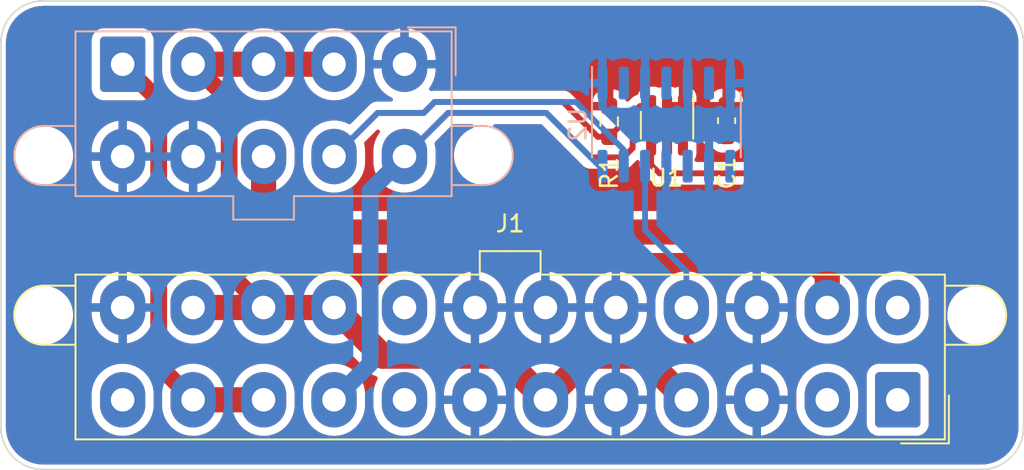
<source format=kicad_pcb>
(kicad_pcb (version 20221018) (generator pcbnew)
  (title_block (title "Mac II to ATX PSU adapter") (date "2023-11-14") (rev "V1") (company "JAchan") (comment 1 "Note: Only populate one inverter"))
  (layers (0 "F.Cu" signal) (31 "B.Cu" signal) (34 "B.Paste" user) (35 "F.Paste" user) (36 "B.SilkS" user "B.Silkscreen") (37 "F.SilkS" user "F.Silkscreen") (38 "B.Mask" user) (39 "F.Mask" user) (44 "Edge.Cuts" user))
  (net 0 "")
  (net 1 "+5VD")
  (net 2 "GND")
  (net 5 "+5V")
  (net 7 "+12V")
  (net 10 "-12V")
  (net 11 "/PS_ON#")
  (net 13 "/PS_BTN")
  (footprint "Package_TO_SOT_SMD:SOT-23-6" (layer "F.Cu") (at 163.45 98.1375 -90)
    (fp_text reference "U1" (at 3.1375 0.05) (layer "F.SilkS"))
    (fp_text value "74LVC2G04")
    (fp_line (start 0 -1.56) (end -1.8 -1.56) (stroke (width 0.12)) (layer "F.SilkS"))
    (fp_line (start 0 -1.56) (end 0.8 -1.56) (stroke (width 0.12)) (layer "F.SilkS"))
    (fp_line (start 0 1.56) (end -0.8 1.56) (stroke (width 0.12)) (layer "F.SilkS"))
    (fp_line (start 0 1.56) (end 0.8 1.56) (stroke (width 0.12)) (layer "F.SilkS"))
    (pad "1" smd roundrect (at -1.1375 -0.95 270) (size 1.325 0.6) (layers "F.Cu" "F.Paste" "F.Mask") (net 2 "GND"))
    (pad "2" smd roundrect (at -1.1375 0 270) (size 1.325 0.6) (layers "F.Cu" "F.Paste" "F.Mask") (net 2 "GND"))
    (pad "3" smd roundrect (at -1.1375 0.95 270) (size 1.325 0.6) (layers "F.Cu" "F.Paste" "F.Mask") (net 13 "/PS_BTN"))
    (pad "4" smd roundrect (at 1.1375 0.95 270) (size 1.325 0.6) (layers "F.Cu" "F.Paste" "F.Mask") (net 11 "/PS_ON#"))
    (pad "5" smd roundrect (at 1.1375 0 270) (size 1.325 0.6) (layers "F.Cu" "F.Paste" "F.Mask") (net 1 "+5VD"))
    (pad "6" smd roundrect (at 1.1375 -0.95 270) (size 1.325 0.6) (layers "F.Cu" "F.Paste" "F.Mask"))
  )
  (footprint "Connector_Molex:Molex_Mini-Fit_Jr_5566-24A2_2x12_P4.20mm_Vertical" (layer "F.Cu") (at 177.2 114.5 180)
    (fp_text reference "J1" (at 23.1 10.5) (layer "F.SilkS"))
    (fp_text value "ATX-24P")
    (fp_line (start -4.7 3.28) (end -2.81 3.28) (stroke (width 0.12)) (layer "F.SilkS"))
    (fp_line (start -4.7 6.8) (end -2.81 6.8) (stroke (width 0.12)) (layer "F.SilkS"))
    (fp_line (start -3.05 -2.6) (end -3.05 0.25) (stroke (width 0.12)) (layer "F.SilkS"))
    (fp_line (start -2.81 -2.36) (end -2.81 7.46) (stroke (width 0.12)) (layer "F.SilkS"))
    (fp_line (start -2.81 7.46) (end 21.29 7.46) (stroke (width 0.12)) (layer "F.SilkS"))
    (fp_line (start -0.2 -2.6) (end -3.05 -2.6) (stroke (width 0.12)) (layer "F.SilkS"))
    (fp_line (start 21.29 7.46) (end 21.29 8.86) (stroke (width 0.12)) (layer "F.SilkS"))
    (fp_line (start 21.29 8.86) (end 23.1 8.86) (stroke (width 0.12)) (layer "F.SilkS"))
    (fp_line (start 23.1 -2.36) (end -2.81 -2.36) (stroke (width 0.12)) (layer "F.SilkS"))
    (fp_line (start 23.1 -2.36) (end 49.01 -2.36) (stroke (width 0.12)) (layer "F.SilkS"))
    (fp_line (start 24.91 7.46) (end 24.91 8.86) (stroke (width 0.12)) (layer "F.SilkS"))
    (fp_line (start 24.91 8.86) (end 23.1 8.86) (stroke (width 0.12)) (layer "F.SilkS"))
    (fp_line (start 49.01 -2.36) (end 49.01 7.46) (stroke (width 0.12)) (layer "F.SilkS"))
    (fp_line (start 49.01 7.46) (end 24.91 7.46) (stroke (width 0.12)) (layer "F.SilkS"))
    (fp_line (start 50.9 3.28) (end 49.01 3.28) (stroke (width 0.12)) (layer "F.SilkS"))
    (fp_line (start 50.9 6.8) (end 49.01 6.8) (stroke (width 0.12)) (layer "F.SilkS"))
    (fp_arc (start -4.7 6.8) (mid -6.46 5.04) (end -4.7 3.28) (stroke (width 0.12)) (layer "F.SilkS"))
    (fp_arc (start 50.9 3.28) (mid 52.66 5.04) (end 50.9 6.8) (stroke (width 0.12)) (layer "F.SilkS"))
    (pad "" np_thru_hole circle (at -4.7 5.04 180) (size 3 3) (drill 3) (layers "*.Cu" "*.Mask"))
    (pad "" np_thru_hole circle (at 50.9 5.04 180) (size 3 3) (drill 3) (layers "*.Cu" "*.Mask"))
    (pad "1" thru_hole roundrect (at 0 0 180) (size 2.7 3.3) (drill 1.4) (layers "*.Cu" "*.Mask") (roundrect_rratio 0.09259296296))
    (pad "2" thru_hole oval (at 4.2 0 180) (size 2.7 3.3) (drill 1.4) (layers "*.Cu" "*.Mask"))
    (pad "3" thru_hole oval (at 8.4 0 180) (size 2.7 3.3) (drill 1.4) (layers "*.Cu" "*.Mask") (net 2 "GND"))
    (pad "4" thru_hole oval (at 12.6 0 180) (size 2.7 3.3) (drill 1.4) (layers "*.Cu" "*.Mask") (net 5 "+5V"))
    (pad "5" thru_hole oval (at 16.8 0 180) (size 2.7 3.3) (drill 1.4) (layers "*.Cu" "*.Mask") (net 2 "GND"))
    (pad "6" thru_hole oval (at 21 0 180) (size 2.7 3.3) (drill 1.4) (layers "*.Cu" "*.Mask") (net 5 "+5V"))
    (pad "7" thru_hole oval (at 25.2 0 180) (size 2.7 3.3) (drill 1.4) (layers "*.Cu" "*.Mask") (net 2 "GND"))
    (pad "8" thru_hole oval (at 29.4 0 180) (size 2.7 3.3) (drill 1.4) (layers "*.Cu" "*.Mask"))
    (pad "9" thru_hole oval (at 33.6 0 180) (size 2.7 3.3) (drill 1.4) (layers "*.Cu" "*.Mask") (net 1 "+5VD"))
    (pad "10" thru_hole oval (at 37.8 0 180) (size 2.7 3.3) (drill 1.4) (layers "*.Cu" "*.Mask") (net 7 "+12V"))
    (pad "11" thru_hole oval (at 42 0 180) (size 2.7 3.3) (drill 1.4) (layers "*.Cu" "*.Mask") (net 7 "+12V"))
    (pad "12" thru_hole oval (at 46.2 0 180) (size 2.7 3.3) (drill 1.4) (layers "*.Cu" "*.Mask"))
    (pad "13" thru_hole oval (at 0 5.5 180) (size 2.7 3.3) (drill 1.4) (layers "*.Cu" "*.Mask"))
    (pad "14" thru_hole oval (at 4.2 5.5 180) (size 2.7 3.3) (drill 1.4) (layers "*.Cu" "*.Mask") (net 10 "-12V"))
    (pad "15" thru_hole oval (at 8.4 5.5 180) (size 2.7 3.3) (drill 1.4) (layers "*.Cu" "*.Mask") (net 2 "GND"))
    (pad "16" thru_hole oval (at 12.6 5.5 180) (size 2.7 3.3) (drill 1.4) (layers "*.Cu" "*.Mask") (net 11 "/PS_ON#"))
    (pad "17" thru_hole oval (at 16.8 5.5 180) (size 2.7 3.3) (drill 1.4) (layers "*.Cu" "*.Mask") (net 2 "GND"))
    (pad "18" thru_hole oval (at 21 5.5 180) (size 2.7 3.3) (drill 1.4) (layers "*.Cu" "*.Mask") (net 2 "GND"))
    (pad "19" thru_hole oval (at 25.2 5.5 180) (size 2.7 3.3) (drill 1.4) (layers "*.Cu" "*.Mask") (net 2 "GND"))
    (pad "20" thru_hole oval (at 29.4 5.5 180) (size 2.7 3.3) (drill 1.4) (layers "*.Cu" "*.Mask"))
    (pad "21" thru_hole oval (at 33.6 5.5 180) (size 2.7 3.3) (drill 1.4) (layers "*.Cu" "*.Mask") (net 5 "+5V"))
    (pad "22" thru_hole oval (at 37.8 5.5 180) (size 2.7 3.3) (drill 1.4) (layers "*.Cu" "*.Mask") (net 5 "+5V"))
    (pad "23" thru_hole oval (at 42 5.5 180) (size 2.7 3.3) (drill 1.4) (layers "*.Cu" "*.Mask") (net 5 "+5V"))
    (pad "24" thru_hole oval (at 46.2 5.5 180) (size 2.7 3.3) (drill 1.4) (layers "*.Cu" "*.Mask") (net 2 "GND"))
  )
  (footprint "Capacitor_SMD:C_0603_1608Metric_Pad1.08x0.95mm_HandSolder" (layer "F.Cu") (at 167 97.8625 90)
    (fp_text reference "C1" (at -3.1375 0 90) (layer "F.SilkS"))
    (fp_text value "0.1u")
    (fp_line (start -0.146267 -0.51) (end 0.146267 -0.51) (stroke (width 0.12)) (layer "F.SilkS"))
    (fp_line (start -0.146267 0.51) (end 0.146267 0.51) (stroke (width 0.12)) (layer "F.SilkS"))
    (pad "1" smd roundrect (at -0.8625 0 90) (size 1.075 0.95) (layers "F.Cu" "F.Paste" "F.Mask") (net 1 "+5VD"))
    (pad "2" smd roundrect (at 0.8625 0 90) (size 1.075 0.95) (layers "F.Cu" "F.Paste" "F.Mask") (net 2 "GND"))
  )
  (footprint "Resistor_SMD:R_0603_1608Metric_Pad0.98x0.95mm_HandSolder" (layer "F.Cu") (at 160 97.9125 90)
    (fp_text reference "R1" (at -3.0875 0 90) (layer "F.SilkS"))
    (fp_text value "10k")
    (fp_line (start -0.254724 -0.5225) (end 0.254724 -0.5225) (stroke (width 0.12)) (layer "F.SilkS"))
    (fp_line (start -0.254724 0.5225) (end 0.254724 0.5225) (stroke (width 0.12)) (layer "F.SilkS"))
    (pad "1" smd roundrect (at -0.9125 0 90) (size 0.975 0.95) (layers "F.Cu" "F.Paste" "F.Mask") (net 13 "/PS_BTN"))
    (pad "2" smd roundrect (at 0.9125 0 90) (size 0.975 0.95) (layers "F.Cu" "F.Paste" "F.Mask") (net 2 "GND"))
  )
  (footprint "MacPSU_conn:MacPSU_conn" (layer "B.Cu") (at 131 100.4)
    (fp_text reference "J2" hide)
    (fp_text value "MAC II" hide)
    (fp_line (start -4.7 -2.22) (end -2.81 -2.22) (stroke (width 0.12)) (layer "B.SilkS"))
    (fp_line (start -4.7 1.3) (end -2.81 1.3) (stroke (width 0.12)) (layer "B.SilkS"))
    (fp_line (start -2.81 -7.86) (end -2.81 1.96) (stroke (width 0.12)) (layer "B.SilkS"))
    (fp_line (start -2.81 1.96) (end 6.59 1.96) (stroke (width 0.12)) (layer "B.SilkS"))
    (fp_line (start 6.59 1.96) (end 6.59 3.36) (stroke (width 0.12)) (layer "B.SilkS"))
    (fp_line (start 6.59 3.36) (end 8.4 3.36) (stroke (width 0.12)) (layer "B.SilkS"))
    (fp_line (start 8.4 -7.86) (end -2.81 -7.86) (stroke (width 0.12)) (layer "B.SilkS"))
    (fp_line (start 8.4 -7.86) (end 19.61 -7.86) (stroke (width 0.12)) (layer "B.SilkS"))
    (fp_line (start 10.21 1.96) (end 10.21 3.36) (stroke (width 0.12)) (layer "B.SilkS"))
    (fp_line (start 10.21 3.36) (end 8.4 3.36) (stroke (width 0.12)) (layer "B.SilkS"))
    (fp_line (start 17 -8.1) (end 19.85 -8.1) (stroke (width 0.12)) (layer "B.SilkS"))
    (fp_line (start 19.61 -7.86) (end 19.61 1.96) (stroke (width 0.12)) (layer "B.SilkS"))
    (fp_line (start 19.61 1.96) (end 10.21 1.96) (stroke (width 0.12)) (layer "B.SilkS"))
    (fp_line (start 19.85 -8.1) (end 19.85 -5.25) (stroke (width 0.12)) (layer "B.SilkS"))
    (fp_line (start 21.5 -2.22) (end 19.61 -2.22) (stroke (width 0.12)) (layer "B.SilkS"))
    (fp_line (start 21.5 1.3) (end 19.61 1.3) (stroke (width 0.12)) (layer "B.SilkS"))
    (fp_arc (start -4.7 1.3) (mid -6.46 -0.46) (end -4.7 -2.22) (stroke (width 0.12)) (layer "B.SilkS"))
    (fp_arc (start 21.5 -2.22) (mid 23.26 -0.46) (end 21.5 1.3) (stroke (width 0.12)) (layer "B.SilkS"))
    (pad "" np_thru_hole circle (at -4.7 -0.46 180) (size 3 3) (drill 3) (layers "*.Cu" "*.Mask"))
    (pad "" np_thru_hole circle (at 21.5 -0.46 180) (size 3 3) (drill 3) (layers "*.Cu" "*.Mask"))
    (pad "1" thru_hole roundrect (at 0 -5.9 180) (size 2.7 3.3) (drill 1.4) (layers "*.Cu" "*.Mask") (roundrect_rratio 0.09259296296) (net 7 "+12V"))
    (pad "2" thru_hole oval (at 4.2 -5.9 180) (size 2.7 3.3) (drill 1.4) (layers "*.Cu" "*.Mask") (net 5 "+5V"))
    (pad "3" thru_hole oval (at 8.4 -5.9 180) (size 2.7 3.3) (drill 1.4) (layers "*.Cu" "*.Mask") (net 5 "+5V"))
    (pad "4" thru_hole oval (at 12.6 -5.9 180) (size 2.7 3.3) (drill 1.4) (layers "*.Cu" "*.Mask") (net 5 "+5V"))
    (pad "5" thru_hole oval (at 16.8 -5.9 180) (size 2.7 3.3) (drill 1.4) (layers "*.Cu" "*.Mask") (net 2 "GND"))
    (pad "6" thru_hole oval (at 0 -0.4 180) (size 2.7 3.3) (drill 1.4) (layers "*.Cu" "*.Mask") (net 2 "GND"))
    (pad "7" thru_hole oval (at 4.2 -0.4 180) (size 2.7 3.3) (drill 1.4) (layers "*.Cu" "*.Mask") (net 2 "GND"))
    (pad "8" thru_hole oval (at 8.4 -0.4 180) (size 2.7 3.3) (drill 1.4) (layers "*.Cu" "*.Mask") (net 10 "-12V"))
    (pad "9" thru_hole oval (at 12.6 -0.4 180) (size 2.7 3.3) (drill 1.4) (layers "*.Cu" "*.Mask") (net 13 "/PS_BTN"))
    (pad "10" thru_hole oval (at 16.8 -0.4 180) (size 2.7 3.3) (drill 1.4) (layers "*.Cu" "*.Mask") (net 1 "+5VD"))
  )
  (footprint "Package_SO:SOIC-14_3.9x8.7mm_P1.27mm" (layer "B.Cu") (at 163.41 98.1 -90)
    (fp_text reference "U2" (at 0 5.28 90) (layer "B.SilkS") (effects (justify mirror)))
    (fp_text value "74HC04")
    (fp_line (start 0 -4.435) (end -1.95 -4.435) (stroke (width 0.12)) (layer "B.SilkS"))
    (fp_line (start 0 -4.435) (end 1.95 -4.435) (stroke (width 0.12)) (layer "B.SilkS"))
    (fp_line (start 0 4.435) (end -3.45 4.435) (stroke (width 0.12)) (layer "B.SilkS"))
    (fp_line (start 0 4.435) (end 1.95 4.435) (stroke (width 0.12)) (layer "B.SilkS"))
    (pad "1" smd roundrect (at -2.475 3.81 270) (size 1.95 0.6) (layers "B.Cu" "B.Paste" "B.Mask") (net 2 "GND"))
    (pad "2" smd roundrect (at -2.475 2.54 270) (size 1.95 0.6) (layers "B.Cu" "B.Paste" "B.Mask"))
    (pad "3" smd roundrect (at -2.475 1.27 270) (size 1.95 0.6) (layers "B.Cu" "B.Paste" "B.Mask") (net 2 "GND"))
    (pad "4" smd roundrect (at -2.475 0 270) (size 1.95 0.6) (layers "B.Cu" "B.Paste" "B.Mask"))
    (pad "5" smd roundrect (at -2.475 -1.27 270) (size 1.95 0.6) (layers "B.Cu" "B.Paste" "B.Mask") (net 2 "GND"))
    (pad "6" smd roundrect (at -2.475 -2.54 270) (size 1.95 0.6) (layers "B.Cu" "B.Paste" "B.Mask"))
    (pad "7" smd roundrect (at -2.475 -3.81 270) (size 1.95 0.6) (layers "B.Cu" "B.Paste" "B.Mask") (net 2 "GND"))
    (pad "8" smd roundrect (at 2.475 -3.81 270) (size 1.95 0.6) (layers "B.Cu" "B.Paste" "B.Mask"))
    (pad "9" smd roundrect (at 2.475 -2.54 270) (size 1.95 0.6) (layers "B.Cu" "B.Paste" "B.Mask") (net 2 "GND"))
    (pad "10" smd roundrect (at 2.475 -1.27 270) (size 1.95 0.6) (layers "B.Cu" "B.Paste" "B.Mask"))
    (pad "11" smd roundrect (at 2.475 0 270) (size 1.95 0.6) (layers "B.Cu" "B.Paste" "B.Mask") (net 2 "GND"))
    (pad "12" smd roundrect (at 2.475 1.27 270) (size 1.95 0.6) (layers "B.Cu" "B.Paste" "B.Mask") (net 11 "/PS_ON#"))
    (pad "13" smd roundrect (at 2.475 2.54 270) (size 1.95 0.6) (layers "B.Cu" "B.Paste" "B.Mask") (net 13 "/PS_BTN"))
    (pad "14" smd roundrect (at 2.475 3.81 270) (size 1.95 0.6) (layers "B.Cu" "B.Paste" "B.Mask") (net 1 "+5VD"))
  )
  (gr_arc (start 123.739999 93.259999) (mid 124.483948 91.463948) (end 126.279999 90.719999) (stroke (width 0.1)) (layer "Edge.Cuts"))
  (gr_line (start 123.739999 116.120001) (end 123.739999 93.259999) (stroke (width 0.1)) (layer "Edge.Cuts"))
  (gr_arc (start 182.160001 90.719999) (mid 183.956052 91.463948) (end 184.700001 93.259999) (stroke (width 0.1)) (layer "Edge.Cuts"))
  (gr_arc (start 184.7 116.12) (mid 183.956051 117.916051) (end 182.16 118.66) (stroke (width 0.1)) (layer "Edge.Cuts"))
  (gr_line (start 126.279999 90.719999) (end 182.16 90.72) (stroke (width 0.1)) (layer "Edge.Cuts"))
  (gr_line (start 184.7 93.26) (end 184.7 116.12) (stroke (width 0.1)) (layer "Edge.Cuts"))
  (gr_arc (start 126.279999 118.660001) (mid 124.483948 117.916052) (end 123.739999 116.120001) (stroke (width 0.1)) (layer "Edge.Cuts"))
  (gr_line (start 182.16 118.66) (end 126.279999 118.660001) (stroke (width 0.1)) (layer "Edge.Cuts"))
  (segment (start 162.9375 98.1) (end 161.7 98.1) (width 0.35) (layer "F.Cu") (net 1))
  (segment (start 165.5 98.1) (end 166.125 98.725) (width 0.35) (layer "F.Cu") (net 1))
  (segment (start 156.25 97.4) (end 158.9 100.05) (width 0.35) (layer "F.Cu") (net 1))
  (segment (start 163.45 98.6125) (end 162.9375 98.1) (width 0.35) (layer "F.Cu") (net 1))
  (segment (start 160.85 100.05) (end 158.9 100.05) (width 0.35) (layer "F.Cu") (net 1))
  (segment (start 166.125 98.725) (end 167 98.725) (width 0.35) (layer "F.Cu") (net 1))
  (segment (start 150.4 97.4) (end 156.25 97.4) (width 0.35) (layer "F.Cu") (net 1))
  (segment (start 163.45 99.275) (end 163.45 98.6125) (width 0.35) (layer "F.Cu") (net 1))
  (segment (start 161.4 99.5) (end 160.85 100.05) (width 0.35) (layer "F.Cu") (net 1))
  (segment (start 161.4 98.4) (end 161.4 99.5) (width 0.35) (layer "F.Cu") (net 1))
  (segment (start 162.9375 98.1) (end 165.5 98.1) (width 0.35) (layer "F.Cu") (net 1))
  (segment (start 147.8 100) (end 150.4 97.4) (width 0.35) (layer "F.Cu") (net 1))
  (segment (start 161.7 98.1) (end 161.4 98.4) (width 0.35) (layer "F.Cu") (net 1))
  (segment (start 145.75 102.05) (end 147.8 100) (width 1) (layer "B.Cu") (net 1))
  (segment (start 156.25 97.4) (end 150.4 97.4) (width 0.35) (layer "B.Cu") (net 1))
  (segment (start 143.6 114.5) (end 145.75 112.35) (width 1) (layer "B.Cu") (net 1))
  (segment (start 145.75 112.35) (end 145.75 102.05) (width 1) (layer "B.Cu") (net 1))
  (segment (start 159.425 100.575) (end 156.25 97.4) (width 0.35) (layer "B.Cu") (net 1))
  (segment (start 150.4 97.4) (end 147.8 100) (width 0.35) (layer "B.Cu") (net 1))
  (segment (start 159.6 100.575) (end 159.425 100.575) (width 0.35) (layer "B.Cu") (net 1))
  (segment (start 156.2 114.5) (end 158.8 111.9) (width 1.5) (layer "F.Cu") (net 5))
  (segment (start 137.35 106.95) (end 137.35 96.65) (width 1) (layer "F.Cu") (net 5))
  (segment (start 139.4 109) (end 137.35 106.95) (width 1) (layer "F.Cu") (net 5))
  (segment (start 146.5 111.9) (end 143.6 109) (width 1.5) (layer "F.Cu") (net 5))
  (segment (start 156.2 114.5) (end 153.6 111.9) (width 1.5) (layer "F.Cu") (net 5))
  (segment (start 139.4 94.5) (end 135.2 94.5) (width 1.5) (layer "F.Cu") (net 5))
  (segment (start 137.35 96.65) (end 135.2 94.5) (width 1) (layer "F.Cu") (net 5))
  (segment (start 153.6 111.9) (end 146.5 111.9) (width 1.5) (layer "F.Cu") (net 5))
  (segment (start 158.8 111.9) (end 162 111.9) (width 1.5) (layer "F.Cu") (net 5))
  (segment (start 164.6 114.5) (end 162 111.9) (width 1.5) (layer "F.Cu") (net 5))
  (segment (start 143.6 94.5) (end 139.4 94.5) (width 1.5) (layer "F.Cu") (net 5))
  (segment (start 139.4 109) (end 143.6 109) (width 1.5) (layer "F.Cu") (net 5))
  (segment (start 135.2 109) (end 139.4 109) (width 1.5) (layer "F.Cu") (net 5))
  (segment (start 139.4 114.5) (end 135.2 114.5) (width 1.5) (layer "F.Cu") (net 7))
  (segment (start 133.15 112.45) (end 133.15 96.65) (width 1) (layer "F.Cu") (net 7))
  (segment (start 135.2 114.5) (end 133.15 112.45) (width 1) (layer "F.Cu") (net 7))
  (segment (start 133.15 96.65) (end 131 94.5) (width 1) (layer "F.Cu") (net 7))
  (segment (start 170.5 104.5) (end 173 107) (width 1.5) (layer "F.Cu") (net 10))
  (segment (start 139.4 100) (end 139.4 103.9) (width 1.5) (layer "F.Cu") (net 10))
  (segment (start 173 107) (end 173 109) (width 1.5) (layer "F.Cu") (net 10))
  (segment (start 140 104.5) (end 170.5 104.5) (width 1.5) (layer "F.Cu") (net 10))
  (segment (start 139.4 103.9) (end 140 104.5) (width 1.5) (layer "F.Cu") (net 10))
  (segment (start 175.1 110.6) (end 175.1 104.6) (width 0.35) (layer "F.Cu") (net 11))
  (segment (start 165.5 111.75) (end 173.95 111.75) (width 0.35) (layer "F.Cu") (net 11))
  (segment (start 164.6 109) (end 164.6 110.85) (width 0.35) (layer "F.Cu") (net 11))
  (segment (start 171.5 101) (end 163 101) (width 0.35) (layer "F.Cu") (net 11))
  (segment (start 175.1 104.6) (end 171.5 101) (width 0.35) (layer "F.Cu") (net 11))
  (segment (start 163 101) (end 162.5 100.5) (width 0.35) (layer "F.Cu") (net 11))
  (segment (start 162.5 100.5) (end 162.5 99.275) (width 0.35) (layer "F.Cu") (net 11))
  (segment (start 164.6 110.85) (end 165.5 111.75) (width 0.35) (layer "F.Cu") (net 11))
  (segment (start 173.95 111.75) (end 175.1 110.6) (width 0.35) (layer "F.Cu") (net 11))
  (segment (start 162.14 104.39) (end 164.6 106.85) (width 0.35) (layer "B.Cu") (net 11))
  (segment (start 164.6 106.85) (end 164.6 109) (width 0.35) (layer "B.Cu") (net 11))
  (segment (start 162.14 100.575) (end 162.14 104.39) (width 0.35) (layer "B.Cu") (net 11))
  (segment (start 157.25 96.75) (end 159.325 98.825) (width 0.35) (layer "F.Cu") (net 13))
  (segment (start 146.2 97.4) (end 148.95 97.4) (width 0.35) (layer "F.Cu") (net 13))
  (segment (start 143.6 100) (end 146.2 97.4) (width 0.35) (layer "F.Cu") (net 13))
  (segment (start 149.6 96.75) (end 157.25 96.75) (width 0.35) (layer "F.Cu") (net 13))
  (segment (start 148.95 97.4) (end 149.6 96.75) (width 0.35) (layer "F.Cu") (net 13))
  (segment (start 159.325 98.825) (end 160 98.825) (width 0.35) (layer "F.Cu") (net 13))
  (segment (start 161.825 97) (end 162.5 97) (width 0.35) (layer "F.Cu") (net 13))
  (segment (start 160 98.825) (end 161.825 97) (width 0.35) (layer "F.Cu") (net 13))
  (segment (start 160.87 100.575) (end 160.87 99.6) (width 0.35) (layer "B.Cu") (net 13))
  (segment (start 146.2 97.4) (end 143.6 100) (width 0.35) (layer "B.Cu") (net 13))
  (segment (start 158.02 96.75) (end 149.6 96.75) (width 0.35) (layer "B.Cu") (net 13))
  (segment (start 148.95 97.4) (end 146.2 97.4) (width 0.35) (layer "B.Cu") (net 13))
  (segment (start 160.87 99.6) (end 158.02 96.75) (width 0.35) (layer "B.Cu") (net 13))
  (segment (start 149.6 96.75) (end 148.95 97.4) (width 0.35) (layer "B.Cu") (net 13))
  (zone (net 2) (net_name "GND") (layers "F&B.Cu") (connect_pads (clearance 0.5)) (min_thickness 0.25) (fill yes (thermal_gap 0.5) (thermal_bridge_width 0.5))
    (polygon (pts (xy 184.7 90.72) (xy 184.7 118.66) (xy 123.74 118.66) (xy 123.74 90.72)))
  )
)
</source>
